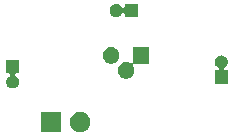
<source format=gbr>
G04 #@! TF.GenerationSoftware,KiCad,Pcbnew,(5.1.4)-1*
G04 #@! TF.CreationDate,2020-05-05T22:33:11+03:00*
G04 #@! TF.ProjectId,Single_Transitor_Amp,53696e67-6c65-45f5-9472-616e7369746f,V1.0*
G04 #@! TF.SameCoordinates,Original*
G04 #@! TF.FileFunction,Soldermask,Bot*
G04 #@! TF.FilePolarity,Negative*
%FSLAX46Y46*%
G04 Gerber Fmt 4.6, Leading zero omitted, Abs format (unit mm)*
G04 Created by KiCad (PCBNEW (5.1.4)-1) date 2020-05-05 22:33:11*
%MOMM*%
%LPD*%
G04 APERTURE LIST*
%ADD10C,0.100000*%
G04 APERTURE END LIST*
D10*
G36*
X107281000Y-114801000D02*
G01*
X105579000Y-114801000D01*
X105579000Y-113099000D01*
X107281000Y-113099000D01*
X107281000Y-114801000D01*
X107281000Y-114801000D01*
G37*
G36*
X109178228Y-113131703D02*
G01*
X109333100Y-113195853D01*
X109472481Y-113288985D01*
X109591015Y-113407519D01*
X109684147Y-113546900D01*
X109748297Y-113701772D01*
X109781000Y-113866184D01*
X109781000Y-114033816D01*
X109748297Y-114198228D01*
X109684147Y-114353100D01*
X109591015Y-114492481D01*
X109472481Y-114611015D01*
X109333100Y-114704147D01*
X109178228Y-114768297D01*
X109013816Y-114801000D01*
X108846184Y-114801000D01*
X108681772Y-114768297D01*
X108526900Y-114704147D01*
X108387519Y-114611015D01*
X108268985Y-114492481D01*
X108175853Y-114353100D01*
X108111703Y-114198228D01*
X108079000Y-114033816D01*
X108079000Y-113866184D01*
X108111703Y-113701772D01*
X108175853Y-113546900D01*
X108268985Y-113407519D01*
X108387519Y-113288985D01*
X108526900Y-113195853D01*
X108681772Y-113131703D01*
X108846184Y-113099000D01*
X109013816Y-113099000D01*
X109178228Y-113131703D01*
X109178228Y-113131703D01*
G37*
G36*
X103771000Y-109831000D02*
G01*
X103542735Y-109831000D01*
X103518349Y-109833402D01*
X103494900Y-109840515D01*
X103473289Y-109852066D01*
X103454347Y-109867611D01*
X103438802Y-109886553D01*
X103427251Y-109908164D01*
X103420138Y-109931613D01*
X103417736Y-109955999D01*
X103420138Y-109980385D01*
X103427251Y-110003834D01*
X103438802Y-110025445D01*
X103454347Y-110044387D01*
X103473289Y-110059932D01*
X103483802Y-110066233D01*
X103527600Y-110089644D01*
X103611501Y-110158499D01*
X103680357Y-110242400D01*
X103716995Y-110310945D01*
X103731521Y-110338121D01*
X103763027Y-110441985D01*
X103773666Y-110550000D01*
X103763027Y-110658015D01*
X103731521Y-110761879D01*
X103731519Y-110761882D01*
X103680357Y-110857600D01*
X103611501Y-110941501D01*
X103527600Y-111010357D01*
X103459055Y-111046995D01*
X103431879Y-111061521D01*
X103328015Y-111093027D01*
X103247067Y-111101000D01*
X103192933Y-111101000D01*
X103111985Y-111093027D01*
X103008121Y-111061521D01*
X102980945Y-111046995D01*
X102912400Y-111010357D01*
X102828499Y-110941501D01*
X102759643Y-110857600D01*
X102708481Y-110761882D01*
X102708479Y-110761879D01*
X102676973Y-110658015D01*
X102666334Y-110550000D01*
X102676973Y-110441985D01*
X102708479Y-110338121D01*
X102723005Y-110310945D01*
X102759643Y-110242400D01*
X102828499Y-110158499D01*
X102912400Y-110089644D01*
X102956193Y-110066236D01*
X102976563Y-110052625D01*
X102993890Y-110035298D01*
X103007504Y-110014924D01*
X103016881Y-109992285D01*
X103021662Y-109968252D01*
X103021662Y-109943748D01*
X103016882Y-109919714D01*
X103007505Y-109897076D01*
X102993891Y-109876701D01*
X102976564Y-109859374D01*
X102956190Y-109845760D01*
X102933551Y-109836383D01*
X102909518Y-109831602D01*
X102897265Y-109831000D01*
X102669000Y-109831000D01*
X102669000Y-108729000D01*
X103771000Y-108729000D01*
X103771000Y-109831000D01*
X103771000Y-109831000D01*
G37*
G36*
X120988015Y-108316973D02*
G01*
X121091879Y-108348479D01*
X121119055Y-108363005D01*
X121187600Y-108399643D01*
X121271501Y-108468499D01*
X121340357Y-108552400D01*
X121376995Y-108620945D01*
X121391521Y-108648121D01*
X121423027Y-108751985D01*
X121433666Y-108860000D01*
X121423027Y-108968015D01*
X121391521Y-109071879D01*
X121376995Y-109099055D01*
X121340357Y-109167600D01*
X121282621Y-109237951D01*
X121271501Y-109251501D01*
X121187600Y-109320356D01*
X121143807Y-109343764D01*
X121123437Y-109357375D01*
X121106110Y-109374702D01*
X121092496Y-109395076D01*
X121083119Y-109417715D01*
X121078338Y-109441748D01*
X121078338Y-109466252D01*
X121083118Y-109490286D01*
X121092495Y-109512924D01*
X121106109Y-109533299D01*
X121123436Y-109550626D01*
X121143810Y-109564240D01*
X121166449Y-109573617D01*
X121190482Y-109578398D01*
X121202735Y-109579000D01*
X121431000Y-109579000D01*
X121431000Y-110681000D01*
X120329000Y-110681000D01*
X120329000Y-109579000D01*
X120557265Y-109579000D01*
X120581651Y-109576598D01*
X120605100Y-109569485D01*
X120626711Y-109557934D01*
X120645653Y-109542389D01*
X120661198Y-109523447D01*
X120672749Y-109501836D01*
X120679862Y-109478387D01*
X120682264Y-109454001D01*
X120679862Y-109429615D01*
X120672749Y-109406166D01*
X120661198Y-109384555D01*
X120645653Y-109365613D01*
X120626711Y-109350068D01*
X120616198Y-109343767D01*
X120572400Y-109320356D01*
X120488499Y-109251501D01*
X120477379Y-109237951D01*
X120419643Y-109167600D01*
X120383005Y-109099055D01*
X120368479Y-109071879D01*
X120336973Y-108968015D01*
X120326334Y-108860000D01*
X120336973Y-108751985D01*
X120368479Y-108648121D01*
X120383005Y-108620945D01*
X120419643Y-108552400D01*
X120488499Y-108468499D01*
X120572400Y-108399643D01*
X120640945Y-108363005D01*
X120668121Y-108348479D01*
X120771985Y-108316973D01*
X120852933Y-108309000D01*
X120907067Y-108309000D01*
X120988015Y-108316973D01*
X120988015Y-108316973D01*
G37*
G36*
X114791000Y-109001000D02*
G01*
X113516749Y-109001000D01*
X113492363Y-109003402D01*
X113468914Y-109010515D01*
X113447303Y-109022066D01*
X113428361Y-109037611D01*
X113412816Y-109056553D01*
X113401265Y-109078164D01*
X113394152Y-109101613D01*
X113391750Y-109125999D01*
X113394152Y-109150385D01*
X113401265Y-109173834D01*
X113412816Y-109195444D01*
X113441218Y-109237951D01*
X113494062Y-109365527D01*
X113521000Y-109500956D01*
X113521000Y-109639044D01*
X113494062Y-109774473D01*
X113441218Y-109902049D01*
X113364505Y-110016859D01*
X113266859Y-110114505D01*
X113152049Y-110191218D01*
X113024473Y-110244062D01*
X112889044Y-110271000D01*
X112750956Y-110271000D01*
X112615527Y-110244062D01*
X112487951Y-110191218D01*
X112373141Y-110114505D01*
X112275495Y-110016859D01*
X112198782Y-109902049D01*
X112145938Y-109774473D01*
X112119000Y-109639044D01*
X112119000Y-109500956D01*
X112145938Y-109365527D01*
X112198782Y-109237951D01*
X112275495Y-109123141D01*
X112373141Y-109025495D01*
X112487951Y-108948782D01*
X112615527Y-108895938D01*
X112750956Y-108869000D01*
X112889044Y-108869000D01*
X113024473Y-108895938D01*
X113152049Y-108948782D01*
X113194556Y-108977184D01*
X113216167Y-108988735D01*
X113239616Y-108995848D01*
X113264002Y-108998250D01*
X113288388Y-108995848D01*
X113311837Y-108988735D01*
X113333447Y-108977183D01*
X113352389Y-108961638D01*
X113367934Y-108942696D01*
X113379485Y-108921085D01*
X113386598Y-108897636D01*
X113389000Y-108873251D01*
X113389000Y-107599000D01*
X114791000Y-107599000D01*
X114791000Y-109001000D01*
X114791000Y-109001000D01*
G37*
G36*
X111754473Y-107625938D02*
G01*
X111882049Y-107678782D01*
X111996859Y-107755495D01*
X112094505Y-107853141D01*
X112171218Y-107967951D01*
X112224062Y-108095527D01*
X112251000Y-108230956D01*
X112251000Y-108369044D01*
X112224062Y-108504473D01*
X112171218Y-108632049D01*
X112094505Y-108746859D01*
X111996859Y-108844505D01*
X111882049Y-108921218D01*
X111754473Y-108974062D01*
X111619044Y-109001000D01*
X111480956Y-109001000D01*
X111345527Y-108974062D01*
X111217951Y-108921218D01*
X111103141Y-108844505D01*
X111005495Y-108746859D01*
X110928782Y-108632049D01*
X110875938Y-108504473D01*
X110849000Y-108369044D01*
X110849000Y-108230956D01*
X110875938Y-108095527D01*
X110928782Y-107967951D01*
X111005495Y-107853141D01*
X111103141Y-107755495D01*
X111217951Y-107678782D01*
X111345527Y-107625938D01*
X111480956Y-107599000D01*
X111619044Y-107599000D01*
X111754473Y-107625938D01*
X111754473Y-107625938D01*
G37*
G36*
X112078015Y-103956973D02*
G01*
X112181879Y-103988479D01*
X112209055Y-104003005D01*
X112277600Y-104039643D01*
X112361501Y-104108499D01*
X112430356Y-104192400D01*
X112453764Y-104236193D01*
X112467375Y-104256563D01*
X112484702Y-104273890D01*
X112505076Y-104287504D01*
X112527715Y-104296881D01*
X112551748Y-104301662D01*
X112576252Y-104301662D01*
X112600286Y-104296882D01*
X112622924Y-104287505D01*
X112643299Y-104273891D01*
X112660626Y-104256564D01*
X112674240Y-104236190D01*
X112683617Y-104213551D01*
X112688398Y-104189518D01*
X112689000Y-104177265D01*
X112689000Y-103949000D01*
X113791000Y-103949000D01*
X113791000Y-105051000D01*
X112689000Y-105051000D01*
X112689000Y-104822735D01*
X112686598Y-104798349D01*
X112679485Y-104774900D01*
X112667934Y-104753289D01*
X112652389Y-104734347D01*
X112633447Y-104718802D01*
X112611836Y-104707251D01*
X112588387Y-104700138D01*
X112564001Y-104697736D01*
X112539615Y-104700138D01*
X112516166Y-104707251D01*
X112494555Y-104718802D01*
X112475613Y-104734347D01*
X112460068Y-104753289D01*
X112453767Y-104763802D01*
X112430356Y-104807600D01*
X112430355Y-104807601D01*
X112361501Y-104891501D01*
X112277600Y-104960357D01*
X112209055Y-104996995D01*
X112181879Y-105011521D01*
X112078015Y-105043027D01*
X111997067Y-105051000D01*
X111942933Y-105051000D01*
X111861985Y-105043027D01*
X111758121Y-105011521D01*
X111730945Y-104996995D01*
X111662400Y-104960357D01*
X111578499Y-104891501D01*
X111509643Y-104807600D01*
X111470489Y-104734347D01*
X111458479Y-104711879D01*
X111426973Y-104608015D01*
X111416334Y-104500000D01*
X111426973Y-104391985D01*
X111458479Y-104288121D01*
X111498338Y-104213551D01*
X111509643Y-104192400D01*
X111578499Y-104108499D01*
X111662400Y-104039643D01*
X111730945Y-104003005D01*
X111758121Y-103988479D01*
X111861985Y-103956973D01*
X111942933Y-103949000D01*
X111997067Y-103949000D01*
X112078015Y-103956973D01*
X112078015Y-103956973D01*
G37*
M02*

</source>
